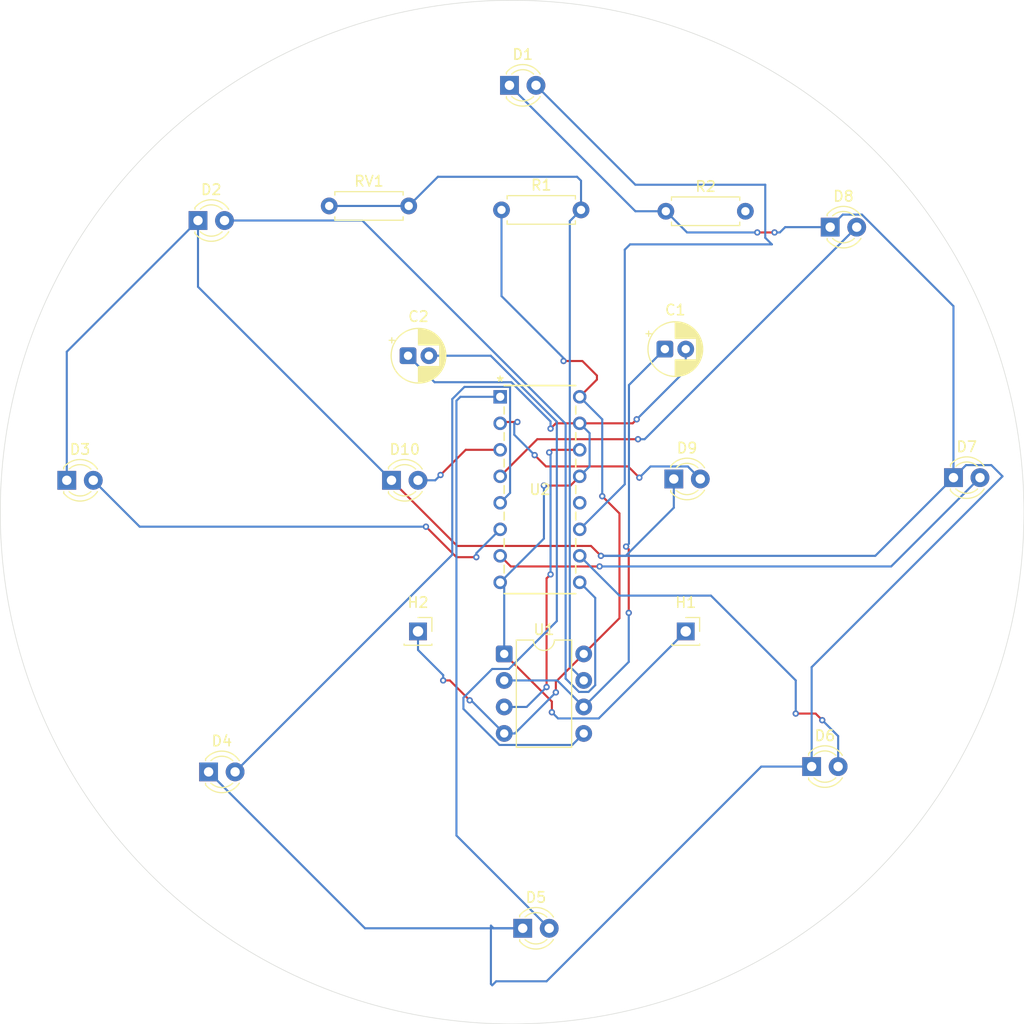
<source format=kicad_pcb>
(kicad_pcb (version 20241229) (generator "pcbnew") (generator_version "9.0")
  (layers (0 "F.Cu" signal) (2 "B.Cu" signal) (13 "F.Paste" user) (15 "B.Paste" user) (5 "F.SilkS" user "F.Silkscreen") (7 "B.SilkS" user "B.Silkscreen") (1 "F.Mask" user) (3 "B.Mask" user) (25 "Edge.Cuts" user))
  (net 0 "")
  (net 1 "GND")
  (net 2 "TR")
  (net 3 "Net-(U1-CONT)")
  (net 4 "Net-(D1-A)")
  (net 5 "Net-(D1-K)")
  (net 6 "Net-(D2-A)")
  (net 7 "Net-(D3-A)")
  (net 8 "Net-(D4-A)")
  (net 9 "Net-(D5-A)")
  (net 10 "Net-(D6-A)")
  (net 11 "Net-(D7-A)")
  (net 12 "Net-(D8-A)")
  (net 13 "Net-(D9-A)")
  (net 14 "Net-(D10-A)")
  (net 15 "+5V")
  (net 16 "Net-(U1-DISCH)")
  (net 18 "OUT")
  (footprint "LED_THT:LED_D3.0mm" (layer "F.Cu") (at 110.109 97.79)
    (property "Reference" "D10" (at 1.27 -2.96 0) (layer "F.SilkS"))
    (property "Value" "LED")
    (pad "1" thru_hole rect (at 0 0) (size 1.8 1.8) (drill 0.9) (layers "*.Cu" "*.Mask") (net 5 "Net-(D1-K)"))
    (pad "2" thru_hole circle (at 2.54 0) (size 1.8 1.8) (drill 0.9) (layers "*.Cu" "*.Mask") (net 14 "Net-(D10-A)"))
  )
  (footprint "LED_THT:LED_D3.0mm" (layer "F.Cu") (at 152.146 73.533)
    (property "Reference" "D8" (at 1.27 -2.96 0) (layer "F.SilkS"))
    (property "Value" "LED")
    (pad "1" thru_hole rect (at 0 0) (size 1.8 1.8) (drill 0.9) (layers "*.Cu" "*.Mask") (net 5 "Net-(D1-K)"))
    (pad "2" thru_hole circle (at 2.54 0) (size 1.8 1.8) (drill 0.9) (layers "*.Cu" "*.Mask") (net 12 "Net-(D8-A)"))
  )
  (footprint "Connector_PinSocket_2.54mm:PinSocket_1x01_P2.54mm_Vertical" (layer "F.Cu") (at 138.303 112.268)
    (property "Reference" "H1" (at 0 -2.77 0) (layer "F.SilkS"))
    (property "Value" "MountingHole_Pad")
    (pad "1" thru_hole rect (at 0 0) (size 1.7 1.7) (drill 1) (layers "*.Cu" "*.Mask") (net 1 "GND"))
  )
  (footprint "LED_THT:LED_D3.0mm" (layer "F.Cu") (at 150.368 125.222)
    (property "Reference" "D6" (at 1.27 -2.96 0) (layer "F.SilkS"))
    (property "Value" "LED")
    (pad "1" thru_hole rect (at 0 0) (size 1.8 1.8) (drill 0.9) (layers "*.Cu" "*.Mask") (net 5 "Net-(D1-K)"))
    (pad "2" thru_hole circle (at 2.54 0) (size 1.8 1.8) (drill 0.9) (layers "*.Cu" "*.Mask") (net 10 "Net-(D6-A)"))
  )
  (footprint "LED_THT:LED_D3.0mm" (layer "F.Cu") (at 121.412 59.944)
    (property "Reference" "D1" (at 1.27 -2.96 0) (layer "F.SilkS"))
    (property "Value" "LED")
    (pad "1" thru_hole rect (at 0 0) (size 1.8 1.8) (drill 0.9) (layers "*.Cu" "*.Mask") (net 5 "Net-(D1-K)"))
    (pad "2" thru_hole circle (at 2.54 0) (size 1.8 1.8) (drill 0.9) (layers "*.Cu" "*.Mask") (net 4 "Net-(D1-A)"))
  )
  (footprint "Resistor_THT:R_Axial_DIN0207_L6.3mm_D2.5mm_P7.62mm_Horizontal" (layer "F.Cu") (at 120.65 71.882)
    (property "Reference" "R1" (at 3.81 -2.37 0) (layer "F.SilkS"))
    (property "Value" "1000")
    (pad "1" thru_hole circle (at 0 0) (size 1.6 1.6) (drill 0.8) (layers "*.Cu" "*.Mask") (net 15 "+5V"))
    (pad "2" thru_hole circle (at 7.62 0) (size 1.6 1.6) (drill 0.8) (layers "*.Cu" "*.Mask") (net 16 "Net-(U1-DISCH)"))
  )
  (footprint "LED_THT:LED_D3.0mm" (layer "F.Cu") (at 137.16 97.663)
    (property "Reference" "D9" (at 1.27 -2.96 0) (layer "F.SilkS"))
    (property "Value" "LED")
    (pad "1" thru_hole rect (at 0 0) (size 1.8 1.8) (drill 0.9) (layers "*.Cu" "*.Mask") (net 5 "Net-(D1-K)"))
    (pad "2" thru_hole circle (at 2.54 0) (size 1.8 1.8) (drill 0.9) (layers "*.Cu" "*.Mask") (net 13 "Net-(D9-A)"))
  )
  (footprint "LED_THT:LED_D3.0mm" (layer "F.Cu") (at 78.994 97.79)
    (property "Reference" "D3" (at 1.27 -2.96 0) (layer "F.SilkS"))
    (property "Value" "LED")
    (pad "1" thru_hole rect (at 0 0) (size 1.8 1.8) (drill 0.9) (layers "*.Cu" "*.Mask") (net 5 "Net-(D1-K)"))
    (pad "2" thru_hole circle (at 2.54 0) (size 1.8 1.8) (drill 0.9) (layers "*.Cu" "*.Mask") (net 7 "Net-(D3-A)"))
  )
  (footprint "Package_DIP:DIP-8_W7.62mm" (layer "F.Cu") (at 120.909 114.427)
    (property "Reference" "U1" (at 3.81 -2.33 0) (layer "F.SilkS"))
    (property "Value" "NE555P")
    (pad "1" thru_hole roundrect (at 0 0) (size 1.6 1.6) (drill 0.8) (layers "*.Cu" "*.Mask") (roundrect_rratio 0.15625) (net 1 "GND"))
    (pad "2" thru_hole circle (at 0 2.54) (size 1.6 1.6) (drill 0.8) (layers "*.Cu" "*.Mask") (net 2 "TR"))
    (pad "3" thru_hole circle (at 0 5.08) (size 1.6 1.6) (drill 0.8) (layers "*.Cu" "*.Mask") (net 18 "OUT"))
    (pad "4" thru_hole circle (at 0 7.62) (size 1.6 1.6) (drill 0.8) (layers "*.Cu" "*.Mask") (net 15 "+5V"))
    (pad "5" thru_hole circle (at 7.62 7.62) (size 1.6 1.6) (drill 0.8) (layers "*.Cu" "*.Mask") (net 3 "Net-(U1-CONT)"))
    (pad "6" thru_hole circle (at 7.62 5.08) (size 1.6 1.6) (drill 0.8) (layers "*.Cu" "*.Mask") (net 2 "TR"))
    (pad "7" thru_hole circle (at 7.62 2.54) (size 1.6 1.6) (drill 0.8) (layers "*.Cu" "*.Mask") (net 16 "Net-(U1-DISCH)"))
    (pad "8" thru_hole circle (at 7.62 0) (size 1.6 1.6) (drill 0.8) (layers "*.Cu" "*.Mask") (net 15 "+5V"))
  )
  (footprint "Resistor_THT:R_Axial_DIN0207_L6.3mm_D2.5mm_P7.62mm_Horizontal" (layer "F.Cu") (at 136.398 72.009)
    (property "Reference" "R2" (at 3.81 -2.37 0) (layer "F.SilkS"))
    (property "Value" "470")
    (pad "1" thru_hole circle (at 0 0) (size 1.6 1.6) (drill 0.8) (layers "*.Cu" "*.Mask") (net 5 "Net-(D1-K)"))
    (pad "2" thru_hole circle (at 7.62 0) (size 1.6 1.6) (drill 0.8) (layers "*.Cu" "*.Mask"))
  )
  (footprint "LED_THT:LED_D3.0mm" (layer "F.Cu") (at 92.583 125.73)
    (property "Reference" "D4" (at 1.27 -2.96 0) (layer "F.SilkS"))
    (property "Value" "LED")
    (pad "1" thru_hole rect (at 0 0) (size 1.8 1.8) (drill 0.9) (layers "*.Cu" "*.Mask") (net 5 "Net-(D1-K)"))
    (pad "2" thru_hole circle (at 2.54 0) (size 1.8 1.8) (drill 0.9) (layers "*.Cu" "*.Mask") (net 8 "Net-(D4-A)"))
  )
  (footprint "LED_THT:LED_D3.0mm" (layer "F.Cu") (at 163.957 97.536)
    (property "Reference" "D7" (at 1.27 -2.96 0) (layer "F.SilkS"))
    (property "Value" "LED")
    (pad "1" thru_hole rect (at 0 0) (size 1.8 1.8) (drill 0.9) (layers "*.Cu" "*.Mask") (net 5 "Net-(D1-K)"))
    (pad "2" thru_hole circle (at 2.54 0) (size 1.8 1.8) (drill 0.9) (layers "*.Cu" "*.Mask") (net 11 "Net-(D7-A)"))
  )
  (footprint "Connector_PinSocket_2.54mm:PinSocket_1x01_P2.54mm_Vertical" (layer "F.Cu") (at 112.649 112.268)
    (property "Reference" "H2" (at 0 -2.77 0) (layer "F.SilkS"))
    (property "Value" "MountingHole_Pad")
    (pad "1" thru_hole rect (at 0 0) (size 1.7 1.7) (drill 1) (layers "*.Cu" "*.Mask") (net 15 "+5V"))
  )
  (footprint "Seeed Studio XIAO Series Library:N16" (layer "F.Cu") (at 120.523 89.789)
    (property "Reference" "U2" (at 3.81 8.89 0) (layer "F.SilkS"))
    (property "Value" "4017")
    (fp_text user "*" (at 0 -1.4097 0) (layer "F.SilkS"))
    (fp_text user "*" (at 0 -1.4097 0) (layer "F.SilkS"))
    (pad "1" thru_hole rect (at 0 0) (size 1.2954 1.2954) (drill 0.7874) (layers "*.Cu" "*.Mask") (net 9 "Net-(D5-A)"))
    (pad "2" thru_hole circle (at 0 2.54) (size 1.2954 1.2954) (drill 0.7874) (layers "*.Cu" "*.Mask") (net 13 "Net-(D9-A)"))
    (pad "3" thru_hole circle (at 0 5.08) (size 1.2954 1.2954) (drill 0.7874) (layers "*.Cu" "*.Mask") (net 14 "Net-(D10-A)"))
    (pad "4" thru_hole circle (at 0 7.62) (size 1.2954 1.2954) (drill 0.7874) (layers "*.Cu" "*.Mask") (net 12 "Net-(D8-A)"))
    (pad "5" thru_hole circle (at 0 10.16) (size 1.2954 1.2954) (drill 0.7874) (layers "*.Cu" "*.Mask") (net 8 "Net-(D4-A)"))
    (pad "6" thru_hole circle (at 0 12.7) (size 1.2954 1.2954) (drill 0.7874) (layers "*.Cu" "*.Mask") (net 7 "Net-(D3-A)"))
    (pad "7" thru_hole circle (at 0 15.24) (size 1.2954 1.2954) (drill 0.7874) (layers "*.Cu" "*.Mask") (net 11 "Net-(D7-A)"))
    (pad "8" thru_hole circle (at 0 17.78) (size 1.2954 1.2954) (drill 0.7874) (layers "*.Cu" "*.Mask") (net 1 "GND"))
    (pad "9" thru_hole circle (at 7.62 17.78) (size 1.2954 1.2954) (drill 0.7874) (layers "*.Cu" "*.Mask") (net 6 "Net-(D2-A)"))
    (pad "10" thru_hole circle (at 7.62 15.24) (size 1.2954 1.2954) (drill 0.7874) (layers "*.Cu" "*.Mask") (net 10 "Net-(D6-A)"))
    (pad "11" thru_hole circle (at 7.62 12.7) (size 1.2954 1.2954) (drill 0.7874) (layers "*.Cu" "*.Mask") (net 4 "Net-(D1-A)"))
    (pad "12" thru_hole circle (at 7.62 10.16) (size 1.2954 1.2954) (drill 0.7874) (layers "*.Cu" "*.Mask"))
    (pad "13" thru_hole circle (at 7.62 7.62) (size 1.2954 1.2954) (drill 0.7874) (layers "*.Cu" "*.Mask") (net 1 "GND"))
    (pad "14" thru_hole circle (at 7.62 5.08) (size 1.2954 1.2954) (drill 0.7874) (layers "*.Cu" "*.Mask") (net 18 "OUT"))
    (pad "15" thru_hole circle (at 7.62 2.54) (size 1.2954 1.2954) (drill 0.7874) (layers "*.Cu" "*.Mask") (net 1 "GND"))
    (pad "16" thru_hole circle (at 7.62 0) (size 1.2954 1.2954) (drill 0.7874) (layers "*.Cu" "*.Mask") (net 15 "+5V"))
  )
  (footprint "Resistor_THT:R_Axial_DIN0207_L6.3mm_D2.5mm_P7.62mm_Horizontal" (layer "F.Cu") (at 104.14 71.501)
    (property "Reference" "RV1" (at 3.81 -2.37 0) (layer "F.SilkS"))
    (property "Value" "R_Potentiometer")
    (pad "1" thru_hole circle (at 0 0) (size 1.6 1.6) (drill 0.8) (layers "*.Cu" "*.Mask") (net 16 "Net-(U1-DISCH)"))
    (pad "2" thru_hole circle (at 7.62 0) (size 1.6 1.6) (drill 0.8) (layers "*.Cu" "*.Mask") (net 16 "Net-(U1-DISCH)"))
  )
  (footprint "LED_THT:LED_D3.0mm" (layer "F.Cu") (at 122.682 140.716)
    (property "Reference" "D5" (at 1.27 -2.96 0) (layer "F.SilkS"))
    (property "Value" "LED")
    (pad "1" thru_hole rect (at 0 0) (size 1.8 1.8) (drill 0.9) (layers "*.Cu" "*.Mask") (net 5 "Net-(D1-K)"))
    (pad "2" thru_hole circle (at 2.54 0) (size 1.8 1.8) (drill 0.9) (layers "*.Cu" "*.Mask") (net 9 "Net-(D5-A)"))
  )
  (footprint "Capacitor_THT:CP_Radial_D5.0mm_P2.00mm" (layer "F.Cu") (at 111.693888 85.852)
    (property "Reference" "C2" (at 1 -3.75 0) (layer "F.SilkS"))
    (property "Value" "C")
    (pad "1" thru_hole roundrect (at 0 0) (size 1.6 1.6) (drill 0.8) (layers "*.Cu" "*.Mask") (roundrect_rratio 0.15625) (net 1 "GND"))
    (pad "2" thru_hole circle (at 2 0) (size 1.6 1.6) (drill 0.8) (layers "*.Cu" "*.Mask") (net 3 "Net-(U1-CONT)"))
  )
  (footprint "LED_THT:LED_D3.0mm" (layer "F.Cu") (at 91.567 72.898)
    (property "Reference" "D2" (at 1.27 -2.96 0) (layer "F.SilkS"))
    (property "Value" "LED")
    (pad "1" thru_hole rect (at 0 0) (size 1.8 1.8) (drill 0.9) (layers "*.Cu" "*.Mask") (net 5 "Net-(D1-K)"))
    (pad "2" thru_hole circle (at 2.54 0) (size 1.8 1.8) (drill 0.9) (layers "*.Cu" "*.Mask") (net 6 "Net-(D2-A)"))
  )
  (footprint "Capacitor_THT:CP_Radial_D5.0mm_P2.00mm" (layer "F.Cu") (at 136.303 85.217)
    (property "Reference" "C1" (at 1 -3.75 0) (layer "F.SilkS"))
    (property "Value" "C_Polarized")
    (pad "1" thru_hole roundrect (at 0 0) (size 1.6 1.6) (drill 0.8) (layers "*.Cu" "*.Mask") (roundrect_rratio 0.15625) (net 2 "TR"))
    (pad "2" thru_hole circle (at 2 0) (size 1.6 1.6) (drill 0.8) (layers "*.Cu" "*.Mask") (net 1 "GND"))
  )
  (gr_circle (center 121.666 100.838) (end 161.798 72.644) (stroke (width 0.05)) (fill no) (layer "Edge.Cuts"))
  (segment (start 133.604 91.948) (end 133.223 92.329) (width 0.2) (layer "F.Cu") (net 1))
  (segment (start 125.857 92.329) (end 128.143 92.329) (width 0.2) (layer "F.Cu") (net 1))
  (segment (start 133.223 92.329) (end 128.143 92.329) (width 0.2) (layer "F.Cu") (net 1))
  (segment (start 125.476 120.015) (end 125.476 118.994) (width 0.2) (layer "F.Cu") (net 1))
  (segment (start 127.254 98.298) (end 128.143 97.409) (width 0.2) (layer "F.Cu") (net 1))
  (segment (start 125.349 92.837) (end 125.857 92.329) (width 0.2) (layer "F.Cu") (net 1))
  (segment (start 124.714 98.298) (end 127.254 98.298) (width 0.2) (layer "F.Cu") (net 1))
  (segment (start 125.476 118.994) (end 120.909 114.427) (width 0.2) (layer "F.Cu") (net 1))
  (via (at 124.714 98.298) (size 0.6) (drill 0.3) (layers "F.Cu" "B.Cu") (net 1))
  (via (at 125.349 92.837) (size 0.6) (drill 0.3) (layers "F.Cu" "B.Cu") (net 1))
  (via (at 125.476 120.015) (size 0.6) (drill 0.3) (layers "F.Cu" "B.Cu") (net 1))
  (via (at 133.604 91.948) (size 0.6) (drill 0.3) (layers "F.Cu" "B.Cu") (net 1))
  (segment (start 124.714 103.378) (end 124.714 98.298) (width 0.2) (layer "B.Cu") (net 1))
  (segment (start 120.523 107.569) (end 124.714 103.378) (width 0.2) (layer "B.Cu") (net 1))
  (segment (start 121.5905 88.392) (end 125.349 92.1505) (width 0.2) (layer "B.Cu") (net 1))
  (segment (start 114.233888 88.392) (end 121.5905 88.392) (width 0.2) (layer "B.Cu") (net 1))
  (segment (start 126.069 120.608) (end 125.476 120.015) (width 0.2) (layer "B.Cu") (net 1))
  (segment (start 129.0917 93.2777) (end 129.0917 96.4603) (width 0.2) (layer "B.Cu") (net 1))
  (segment (start 138.303 85.217) (end 138.303 87.249) (width 0.2) (layer "B.Cu") (net 1))
  (segment (start 111.693888 85.852) (end 114.233888 88.392) (width 0.2) (layer "B.Cu") (net 1))
  (segment (start 129.963 120.608) (end 126.069 120.608) (width 0.2) (layer "B.Cu") (net 1))
  (segment (start 120.909 107.955) (end 120.523 107.569) (width 0.2) (layer "B.Cu") (net 1))
  (segment (start 125.349 92.1505) (end 125.349 92.837) (width 0.2) (layer "B.Cu") (net 1))
  (segment (start 138.303 87.249) (end 133.604 91.948) (width 0.2) (layer "B.Cu") (net 1))
  (segment (start 129.0917 96.4603) (end 128.143 97.409) (width 0.2) (layer "B.Cu") (net 1))
  (segment (start 120.909 114.427) (end 120.909 107.955) (width 0.2) (layer "B.Cu") (net 1))
  (segment (start 128.143 92.329) (end 129.0917 93.2777) (width 0.2) (layer "B.Cu") (net 1))
  (segment (start 138.303 112.268) (end 129.963 120.608) (width 0.2) (layer "B.Cu") (net 1))
  (segment (start 132.588 104.14) (end 132.842 104.394) (width 0.2) (layer "F.Cu") (net 2))
  (segment (start 132.842 104.394) (end 132.842 110.49) (width 0.2) (layer "F.Cu") (net 2))
  (via (at 132.588 104.14) (size 0.6) (drill 0.3) (layers "F.Cu" "B.Cu") (net 2))
  (via (at 132.842 110.49) (size 0.6) (drill 0.3) (layers "F.Cu" "B.Cu") (net 2))
  (segment (start 132.842 110.49) (end 132.842 115.194) (width 0.2) (layer "B.Cu") (net 2))
  (segment (start 132.862 88.658) (end 132.862 103.866) (width 0.2) (layer "B.Cu") (net 2))
  (segment (start 132.842 115.194) (end 128.529 119.507) (width 0.2) (layer "B.Cu") (net 2))
  (segment (start 120.909 116.967) (end 125.989 116.967) (width 0.2) (layer "B.Cu") (net 2))
  (segment (start 120.909 116.967) (end 120.909 116.962) (width 0.2) (layer "B.Cu") (net 2))
  (segment (start 125.989 116.967) (end 128.529 119.507) (width 0.2) (layer "B.Cu") (net 2))
  (segment (start 120.909 116.962) (end 121.285 116.586) (width 0.2) (layer "B.Cu") (net 2))
  (segment (start 136.303 85.217) (end 132.862 88.658) (width 0.2) (layer "B.Cu") (net 2))
  (segment (start 132.862 103.866) (end 132.588 104.14) (width 0.2) (layer "B.Cu") (net 2))
  (segment (start 117.001 119.69605) (end 120.45295 123.148) (width 0.2) (layer "B.Cu") (net 3))
  (segment (start 117.001 118.623057) (end 117.001 119.69605) (width 0.2) (layer "B.Cu") (net 3))
  (segment (start 113.693888 85.852) (end 119.6176 85.852) (width 0.2) (layer "B.Cu") (net 3))
  (segment (start 127.428 123.148) (end 128.529 122.047) (width 0.2) (layer "B.Cu") (net 3))
  (segment (start 119.758057 115.866) (end 117.001 118.623057) (width 0.2) (layer "B.Cu") (net 3))
  (segment (start 121.36505 115.866) (end 119.758057 115.866) (width 0.2) (layer "B.Cu") (net 3))
  (segment (start 119.6176 85.852) (end 125.95 92.1844) (width 0.2) (layer "B.Cu") (net 3))
  (segment (start 125.95 111.28105) (end 121.36505 115.866) (width 0.2) (layer "B.Cu") (net 3))
  (segment (start 120.45295 123.148) (end 127.428 123.148) (width 0.2) (layer "B.Cu") (net 3))
  (segment (start 125.95 92.1844) (end 125.95 111.28105) (width 0.2) (layer "B.Cu") (net 3))
  (segment (start 123.952 59.944) (end 133.477 69.469) (width 0.2) (layer "B.Cu") (net 4))
  (segment (start 146.558 75.184) (end 132.969 75.184) (width 0.2) (layer "B.Cu") (net 4))
  (segment (start 133.477 69.469) (end 145.923 69.469) (width 0.2) (layer "B.Cu") (net 4))
  (segment (start 132.461 98.171) (end 128.143 102.489) (width 0.2) (layer "B.Cu") (net 4))
  (segment (start 145.923 74.549) (end 146.558 75.184) (width 0.2) (layer "B.Cu") (net 4))
  (segment (start 132.969 75.184) (end 132.461 75.692) (width 0.2) (layer "B.Cu") (net 4))
  (segment (start 145.923 69.469) (end 145.923 74.549) (width 0.2) (layer "B.Cu") (net 4))
  (segment (start 132.461 75.692) (end 132.461 98.171) (width 0.2) (layer "B.Cu") (net 4))
  (segment (start 145.161 74.041) (end 146.812 74.041) (width 0.2) (layer "F.Cu") (net 5))
  (segment (start 130.175 105.029) (end 129.2263 104.0803) (width 0.2) (layer "F.Cu") (net 5))
  (segment (start 116.3993 104.0803) (end 110.109 97.79) (width 0.2) (layer "F.Cu") (net 5))
  (segment (start 129.2263 104.0803) (end 116.3993 104.0803) (width 0.2) (layer "F.Cu") (net 5))
  (via (at 145.161 74.041) (size 0.6) (drill 0.3) (layers "F.Cu" "B.Cu") (net 5))
  (via (at 130.175 105.029) (size 0.6) (drill 0.3) (layers "F.Cu" "B.Cu") (net 5))
  (via (at 146.812 74.041) (size 0.6) (drill 0.3) (layers "F.Cu" "B.Cu") (net 5))
  (segment (start 155.183471 72.332) (end 153.347 72.332) (width 0.2) (layer "B.Cu") (net 5))
  (segment (start 107.569 140.716) (end 92.583 125.73) (width 0.2) (layer "B.Cu") (net 5))
  (segment (start 136.398 72.009) (end 138.43 74.041) (width 0.2) (layer "B.Cu") (net 5))
  (segment (start 122.682 140.716) (end 107.569 140.716) (width 0.2) (layer "B.Cu") (net 5))
  (segment (start 78.994 85.471) (end 91.567 72.898) (width 0.2) (layer "B.Cu") (net 5))
  (segment (start 133.477 72.009) (end 136.398 72.009) (width 0.2) (layer "B.Cu") (net 5))
  (segment (start 147.32 74.041) (end 147.828 73.533) (width 0.2) (layer "B.Cu") (net 5))
  (segment (start 150.368 115.697) (end 150.368 125.222) (width 0.2) (layer "B.Cu") (net 5))
  (segment (start 150.368 125.222) (end 145.542 125.222) (width 0.2) (layer "B.Cu") (net 5))
  (segment (start 138.43 74.041) (end 145.161 74.041) (width 0.2) (layer "B.Cu") (net 5))
  (segment (start 147.828 73.533) (end 152.146 73.533) (width 0.2) (layer "B.Cu") (net 5))
  (segment (start 137.16 97.663) (end 137.16 100.417943) (width 0.2) (layer "B.Cu") (net 5))
  (segment (start 91.567 72.898) (end 91.567 79.248) (width 0.2) (layer "B.Cu") (net 5))
  (segment (start 78.994 97.79) (end 78.994 85.471) (width 0.2) (layer "B.Cu") (net 5))
  (segment (start 91.567 79.248) (end 110.109 97.79) (width 0.2) (layer "B.Cu") (net 5))
  (segment (start 137.16 100.417943) (end 132.548943 105.029) (width 0.2) (layer "B.Cu") (net 5))
  (segment (start 163.957 97.536) (end 163.957 81.105529) (width 0.2) (layer "B.Cu") (net 5))
  (segment (start 165.158 96.335) (end 167.582 96.335) (width 0.2) (layer "B.Cu") (net 5))
  (segment (start 121.412 59.944) (end 133.477 72.009) (width 0.2) (layer "B.Cu") (net 5))
  (segment (start 163.957 97.536) (end 156.464 105.029) (width 0.2) (layer "B.Cu") (net 5))
  (segment (start 163.957 81.105529) (end 155.183471 72.332) (width 0.2) (layer "B.Cu") (net 5))
  (segment (start 145.542 125.222) (end 124.968 145.796) (width 0.2) (layer "B.Cu") (net 5))
  (segment (start 163.957 97.536) (end 165.158 96.335) (width 0.2) (layer "B.Cu") (net 5))
  (segment (start 167.582 96.335) (end 168.656 97.409) (width 0.2) (layer "B.Cu") (net 5))
  (segment (start 120.142 145.796) (end 119.761 146.177) (width 0.2) (layer "B.Cu") (net 5))
  (segment (start 119.761 146.177) (end 119.634 146.05) (width 0.2) (layer "B.Cu") (net 5))
  (segment (start 153.347 72.332) (end 152.146 73.533) (width 0.2) (layer "B.Cu") (net 5))
  (segment (start 156.464 105.029) (end 130.175 105.029) (width 0.2) (layer "B.Cu") (net 5))
  (segment (start 119.888 140.716) (end 122.682 140.716) (width 0.2) (layer "B.Cu") (net 5))
  (segment (start 119.634 140.462) (end 119.888 140.716) (width 0.2) (layer "B.Cu") (net 5))
  (segment (start 132.548943 105.029) (end 130.175 105.029) (width 0.2) (layer "B.Cu") (net 5))
  (segment (start 168.656 97.409) (end 150.368 115.697) (width 0.2) (layer "B.Cu") (net 5))
  (segment (start 119.634 146.05) (end 119.634 140.462) (width 0.2) (layer "B.Cu") (net 5))
  (segment (start 124.968 145.796) (end 120.142 145.796) (width 0.2) (layer "B.Cu") (net 5))
  (segment (start 146.812 74.041) (end 147.32 74.041) (width 0.2) (layer "B.Cu") (net 5))
  (segment (start 128.07295 118.068) (end 128.98505 118.068) (width 0.2) (layer "B.Cu") (net 6))
  (segment (start 107.315 72.898) (end 126.7933 92.3763) (width 0.2) (layer "B.Cu") (net 6))
  (segment (start 128.98505 118.068) (end 129.63 117.42305) (width 0.2) (layer "B.Cu") (net 6))
  (segment (start 129.63 117.42305) (end 129.63 109.056) (width 0.2) (layer "B.Cu") (net 6))
  (segment (start 126.7933 116.78835) (end 128.07295 118.068) (width 0.2) (layer "B.Cu") (net 6))
  (segment (start 126.7933 92.3763) (end 126.7933 116.78835) (width 0.2) (layer "B.Cu") (net 6))
  (segment (start 94.107 72.898) (end 107.315 72.898) (width 0.2) (layer "B.Cu") (net 6))
  (segment (start 129.63 109.056) (end 128.143 107.569) (width 0.2) (layer "B.Cu") (net 6))
  (segment (start 113.411 102.235) (end 116.332 105.156) (width 0.2) (layer "F.Cu") (net 7))
  (segment (start 116.332 105.156) (end 118.237 105.156) (width 0.2) (layer "F.Cu") (net 7))
  (via (at 113.411 102.235) (size 0.6) (drill 0.3) (layers "F.Cu" "B.Cu") (net 7))
  (via (at 118.237 105.156) (size 0.6) (drill 0.3) (layers "F.Cu" "B.Cu") (net 7))
  (segment (start 118.237 104.775) (end 120.523 102.489) (width 0.2) (layer "B.Cu") (net 7))
  (segment (start 81.534 97.79) (end 85.979 102.235) (width 0.2) (layer "B.Cu") (net 7))
  (segment (start 118.237 105.156) (end 118.237 104.775) (width 0.2) (layer "B.Cu") (net 7))
  (segment (start 85.979 102.235) (end 113.411 102.235) (width 0.2) (layer "B.Cu") (net 7))
  (segment (start 117.0946 88.8403) (end 121.4717 88.8403) (width 0.2) (layer "B.Cu") (net 8))
  (segment (start 115.931 90.0039) (end 117.0946 88.8403) (width 0.2) (layer "B.Cu") (net 8))
  (segment (start 121.4717 99.0003) (end 120.523 99.949) (width 0.2) (layer "B.Cu") (net 8))
  (segment (start 121.4717 88.8403) (end 121.4717 99.0003) (width 0.2) (layer "B.Cu") (net 8))
  (segment (start 95.123 125.73) (end 115.931 104.922) (width 0.2) (layer "B.Cu") (net 8))
  (segment (start 115.931 104.922) (end 115.931 90.0039) (width 0.2) (layer "B.Cu") (net 8))
  (segment (start 116.332 90.17) (end 116.713 89.789) (width 0.2) (layer "B.Cu") (net 9))
  (segment (start 125.222 140.716) (end 116.332 131.826) (width 0.2) (layer "B.Cu") (net 9))
  (segment (start 116.713 89.789) (end 120.523 89.789) (width 0.2) (layer "B.Cu") (net 9))
  (segment (start 116.332 131.826) (end 116.332 90.17) (width 0.2) (layer "B.Cu") (net 9))
  (segment (start 150.749 120.142) (end 148.844 120.142) (width 0.2) (layer "F.Cu") (net 10))
  (segment (start 151.384 120.777) (end 150.749 120.142) (width 0.2) (layer "F.Cu") (net 10))
  (via (at 148.844 120.142) (size 0.6) (drill 0.3) (layers "F.Cu" "B.Cu") (net 10))
  (via (at 151.384 120.777) (size 0.6) (drill 0.3) (layers "F.Cu" "B.Cu") (net 10))
  (segment (start 148.844 116.967) (end 140.716 108.839) (width 0.2) (layer "B.Cu") (net 10))
  (segment (start 152.908 122.301) (end 151.384 120.777) (width 0.2) (layer "B.Cu") (net 10))
  (segment (start 152.908 125.222) (end 152.908 122.301) (width 0.2) (layer "B.Cu") (net 10))
  (segment (start 131.953 108.839) (end 128.143 105.029) (width 0.2) (layer "B.Cu") (net 10))
  (segment (start 148.844 120.142) (end 148.844 116.967) (width 0.2) (layer "B.Cu") (net 10))
  (segment (start 140.716 108.839) (end 131.953 108.839) (width 0.2) (layer "B.Cu") (net 10))
  (segment (start 130.048 106.045) (end 121.539 106.045) (width 0.2) (layer "F.Cu") (net 11))
  (segment (start 121.539 106.045) (end 120.523 105.029) (width 0.2) (layer "F.Cu") (net 11))
  (via (at 130.048 106.045) (size 0.6) (drill 0.3) (layers "F.Cu" "B.Cu") (net 11))
  (segment (start 157.988 106.045) (end 130.048 106.045) (width 0.2) (layer "B.Cu") (net 11))
  (segment (start 166.497 97.536) (end 157.988 106.045) (width 0.2) (layer "B.Cu") (net 11))
  (segment (start 124.079 93.853) (end 120.523 97.409) (width 0.2) (layer "F.Cu") (net 12))
  (segment (start 133.731 93.853) (end 124.079 93.853) (width 0.2) (layer "F.Cu") (net 12))
  (via (at 133.731 93.853) (size 0.6) (drill 0.3) (layers "F.Cu" "B.Cu") (net 12))
  (segment (start 134.366 93.853) (end 133.731 93.853) (width 0.2) (layer "B.Cu") (net 12))
  (segment (start 154.686 73.533) (end 134.366 93.853) (width 0.2) (layer "B.Cu") (net 12))
  (segment (start 132.7823 96.4603) (end 124.9083 96.4603) (width 0.2) (layer "F.Cu") (net 13))
  (segment (start 133.858 97.536) (end 132.7823 96.4603) (width 0.2) (layer "F.Cu") (net 13))
  (segment (start 122.174 92.202) (end 120.65 92.202) (width 0.2) (layer "F.Cu") (net 13))
  (segment (start 124.9083 96.4603) (end 123.825 95.377) (width 0.2) (layer "F.Cu") (net 13))
  (segment (start 120.65 92.202) (end 120.523 92.329) (width 0.2) (layer "F.Cu") (net 13))
  (via (at 123.825 95.377) (size 0.6) (drill 0.3) (layers "F.Cu" "B.Cu") (net 13))
  (via (at 133.858 97.536) (size 0.6) (drill 0.3) (layers "F.Cu" "B.Cu") (net 13))
  (via (at 122.174 92.202) (size 0.6) (drill 0.3) (layers "F.Cu" "B.Cu") (net 13))
  (segment (start 121.8727 92.329) (end 122.047 92.329) (width 0.2) (layer "B.Cu") (net 13))
  (segment (start 121.8727 93.4247) (end 121.8727 92.329) (width 0.2) (layer "B.Cu") (net 13))
  (segment (start 123.825 95.377) (end 121.8727 93.4247) (width 0.2) (layer "B.Cu") (net 13))
  (segment (start 134.932 96.462) (end 133.858 97.536) (width 0.2) (layer "B.Cu") (net 13))
  (segment (start 139.7 97.663) (end 138.499 96.462) (width 0.2) (layer "B.Cu") (net 13))
  (segment (start 138.499 96.462) (end 134.932 96.462) (width 0.2) (layer "B.Cu") (net 13))
  (segment (start 122.047 92.329) (end 122.174 92.202) (width 0.2) (layer "B.Cu") (net 13))
  (segment (start 117.221 94.869) (end 120.523 94.869) (width 0.2) (layer "F.Cu") (net 14))
  (segment (start 114.808 97.282) (end 117.221 94.869) (width 0.2) (layer "F.Cu") (net 14))
  (via (at 114.808 97.282) (size 0.6) (drill 0.3) (layers "F.Cu" "B.Cu") (net 14))
  (segment (start 112.649 97.79) (end 114.3 97.79) (width 0.2) (layer "B.Cu") (net 14))
  (segment (start 114.3 97.79) (end 114.808 97.282) (width 0.2) (layer "B.Cu") (net 14))
  (segment (start 130.302 99.314) (end 131.953 100.965) (width 0.2) (layer "F.Cu") (net 15))
  (segment (start 125.857 118.11) (end 125.857 117.099) (width 0.2) (layer "F.Cu") (net 15))
  (segment (start 117.602 118.872) (end 115.697 116.967) (width 0.2) (layer "F.Cu") (net 15))
  (segment (start 126.5943 86.36) (end 128.397 86.36) (width 0.2) (layer "F.Cu") (net 15))
  (segment (start 131.953 111.003) (end 128.529 114.427) (width 0.2) (layer "F.Cu") (net 15))
  (segment (start 131.953 100.965) (end 131.953 111.003) (width 0.2) (layer "F.Cu") (net 15))
  (segment (start 128.397 86.36) (end 129.794 87.757) (width 0.2) (layer "F.Cu") (net 15))
  (segment (start 125.857 117.099) (end 128.529 114.427) (width 0.2) (layer "F.Cu") (net 15))
  (segment (start 129.794 88.138) (end 128.143 89.789) (width 0.2) (layer "F.Cu") (net 15))
  (segment (start 129.794 87.757) (end 129.794 88.138) (width 0.2) (layer "F.Cu") (net 15))
  (segment (start 115.697 116.967) (end 115.062 116.967) (width 0.2) (layer "F.Cu") (net 15))
  (via (at 125.857 118.11) (size 0.6) (drill 0.3) (layers "F.Cu" "B.Cu") (net 15))
  (via (at 126.5943 86.36) (size 0.6) (drill 0.3) (layers "F.Cu" "B.Cu") (net 15))
  (via (at 117.602 118.872) (size 0.6) (drill 0.3) (layers "F.Cu" "B.Cu") (net 15))
  (via (at 130.302 99.314) (size 0.6) (drill 0.3) (layers "F.Cu" "B.Cu") (net 15))
  (via (at 115.062 116.967) (size 0.6) (drill 0.3) (layers "F.Cu" "B.Cu") (net 15))
  (segment (start 120.909 122.047) (end 117.734 118.872) (width 0.2) (layer "B.Cu") (net 15))
  (segment (start 117.734 118.872) (end 117.602 118.872) (width 0.2) (layer "B.Cu") (net 15))
  (segment (start 126.5943 86.0813) (end 126.5943 86.36) (width 0.2) (layer "B.Cu") (net 15))
  (segment (start 120.65 80.137) (end 126.111 85.598) (width 0.2) (layer "B.Cu") (net 15))
  (segment (start 128.143 89.789) (end 130.302 91.948) (width 0.2) (layer "B.Cu") (net 15))
  (segment (start 120.909 122.047) (end 121.92 122.047) (width 0.2) (layer "B.Cu") (net 15))
  (segment (start 115.062 116.967) (end 115.062 116.459) (width 0.2) (layer "B.Cu") (net 15))
  (segment (start 112.649 114.046) (end 112.649 112.268) (width 0.2) (layer "B.Cu") (net 15))
  (segment (start 130.302 91.948) (end 130.302 99.314) (width 0.2) (layer "B.Cu") (net 15))
  (segment (start 126.111 85.598) (end 126.5943 86.0813) (width 0.2) (layer "B.Cu") (net 15))
  (segment (start 115.062 116.459) (end 112.649 114.046) (width 0.2) (layer "B.Cu") (net 15))
  (segment (start 121.92 122.047) (end 125.857 118.11) (width 0.2) (layer "B.Cu") (net 15))
  (segment (start 120.65 71.882) (end 120.65 80.137) (width 0.2) (layer "B.Cu") (net 15))
  (segment (start 128.27 71.882) (end 128.27 69.088) (width 0.2) (layer "B.Cu") (net 16))
  (segment (start 128.27 71.882) (end 127.1943 72.9577) (width 0.2) (layer "B.Cu") (net 16))
  (segment (start 128.27 69.088) (end 127.889 68.707) (width 0.2) (layer "B.Cu") (net 16))
  (segment (start 104.14 71.501) (end 111.76 71.501) (width 0.2) (layer "B.Cu") (net 16))
  (segment (start 127.1943 72.9577) (end 127.1943 115.6323) (width 0.2) (layer "B.Cu") (net 16))
  (segment (start 127.1943 115.6323) (end 128.529 116.967) (width 0.2) (layer "B.Cu") (net 16))
  (segment (start 127.889 68.707) (end 114.554 68.707) (width 0.2) (layer "B.Cu") (net 16))
  (segment (start 114.554 68.707) (end 111.76 71.501) (width 0.2) (layer "B.Cu") (net 16))
  (segment (start 125.222 95.123) (end 125.476 94.869) (width 0.2) (layer "F.Cu") (net 18))
  (segment (start 124.968 117.602) (end 124.968 107.189) (width 0.2) (layer "F.Cu") (net 18))
  (segment (start 124.968 107.189) (end 125.35 106.807) (width 0.2) (layer "F.Cu") (net 18))
  (segment (start 125.476 94.869) (end 128.143 94.869) (width 0.2) (layer "F.Cu") (net 18))
  (via (at 125.35 106.807) (size 0.6) (drill 0.3) (layers "F.Cu" "B.Cu") (net 18))
  (via (at 124.968 117.602) (size 0.6) (drill 0.3) (layers "F.Cu" "B.Cu") (net 18))
  (via (at 125.222 95.123) (size 0.6) (drill 0.3) (layers "F.Cu" "B.Cu") (net 18))
  (segment (start 125.35 106.807) (end 125.35 95.251) (width 0.2) (layer "B.Cu") (net 18))
  (segment (start 123.063 119.507) (end 124.968 117.602) (width 0.2) (layer "B.Cu") (net 18))
  (segment (start 120.909 119.507) (end 123.063 119.507) (width 0.2) (layer "B.Cu") (net 18))
  (segment (start 125.35 95.251) (end 125.222 95.123) (width 0.2) (layer "B.Cu") (net 18))
)
</source>
